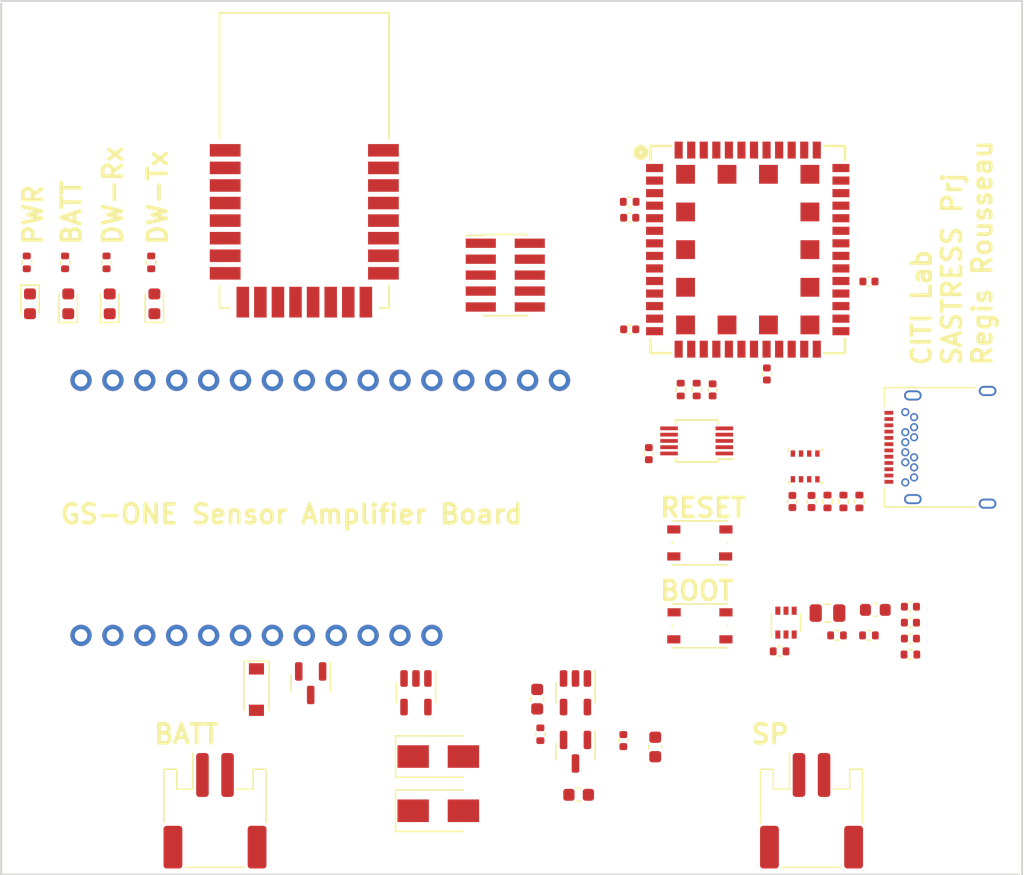
<source format=kicad_pcb>
(kicad_pcb (version 20211014) (generator pcbnew)
  (layers (0 "F.Cu" signal) (1 "In1.Cu" signal) (2 "In2.Cu" signal) (31 "B.Cu" signal) (34 "B.Paste" user) (35 "F.Paste" user) (36 "B.SilkS" user "B.Silkscreen") (37 "F.SilkS" user "F.Silkscreen") (38 "B.Mask" user) (39 "F.Mask" user) (44 "Edge.Cuts" user))
  (net 0 "")
  (net 1 "GND")
  (net 2 "VBAT")
  (net 3 "+BATT")
  (net 4 "+3V3")
  (net 5 "VDD_IN")
  (net 6 "Net-(C105-Pad2)")
  (net 7 "Net-(C106-Pad1)")
  (net 8 "Net-(C107-Pad1)")
  (net 9 "NRST")
  (net 10 "Net-(D100-Pad1)")
  (net 11 "Net-(D101-Pad1)")
  (net 12 "Net-(D101-Pad2)")
  (net 13 "Net-(D102-Pad1)")
  (net 14 "VBUS")
  (net 15 "VDC")
  (net 16 "/STM32WL-MAMWLE-C1/USB_N")
  (net 19 "/STM32WL-MAMWLE-C1/USB_P")
  (net 20 "Net-(D200-Pad2)")
  (net 21 "Net-(D201-Pad2)")
  (net 22 "Net-(J102-PadA5)")
  (net 24 "Net-(J102-PadB5)")
  (net 26 "PA13_SWDIO")
  (net 27 "PA14_SWCLK")
  (net 28 "PB3_SWO")
  (net 30 "PA15_JTDI")
  (net 31 "Net-(R104-Pad1)")
  (net 32 "TXLED")
  (net 33 "RXLED")
  (net 34 "DW_IRQ")
  (net 35 "BOOTO")
  (net 36 "BME_SDA")
  (net 37 "BME_SCL")
  (net 38 "LDO_EN")
  (net 41 "DW_WAKEUP")
  (net 42 "DW_RSTn")
  (net 49 "DW_CSn")
  (net 50 "DW_MOSI")
  (net 51 "DW_MISO")
  (net 52 "DW_CLK")
  (net 54 "BME_CLK")
  (net 66 "PB7_RxD1")
  (net 67 "PB6_TxD1")
  (net 69 "ADC0")
  (footprint "Mounting_Holes:MountingHole_2.7mm" (layer "F.Cu") (at 58.636 139.088)
    (fp_text reference "MK3" hide)
    (fp_text value "Mounting_Hole_PAD" hide)
    (pad "" np_thru_hole circle locked (at 0 0) (size 2.7 2.7) (drill 2.7) (layers *.Cu *.Mask))
  )
  (footprint "Mounting_Holes:MountingHole_2.7mm" (layer "F.Cu") (at 58.6 81.03)
    (fp_text reference "MK1" hide)
    (fp_text value "Mounting_Hole_PAD" hide)
    (pad "" np_thru_hole circle locked (at 0 0) (size 2.7 2.7) (drill 2.7) (layers *.Cu *.Mask))
  )
  (footprint "Mounting_Holes:MountingHole_2.7mm" (layer "F.Cu") (at 132.804 80.922)
    (fp_text reference "MK2" hide)
    (fp_text value "Mounting_Hole_PAD" hide)
    (pad "" np_thru_hole circle locked (at 0 0) (size 2.7 2.7) (drill 2.7) (layers *.Cu *.Mask))
  )
  (footprint "Mounting_Holes:MountingHole_2.7mm" (layer "F.Cu") (at 132.804 139.088)
    (fp_text reference "MK4" hide)
    (fp_text value "Mounting_Hole_PAD" hide)
    (pad "" np_thru_hole circle locked (at 0 0) (size 2.7 2.7) (drill 2.7) (layers *.Cu *.Mask))
  )
  (footprint "Capacitor_SMD:C_0603_1608Metric" (layer "F.Cu") (at 107.15 134.77 -90)
    (fp_text reference "C103" hide)
    (fp_text value "10uF" hide)
    (pad "1" smd roundrect locked (at -0.775 0 270) (size 0.9 0.95) (layers "F.Cu" "F.Paste" "F.Mask") (net 4 "+3V3"))
    (pad "2" smd roundrect locked (at 0.775 0 270) (size 0.9 0.95) (layers "F.Cu" "F.Paste" "F.Mask") (net 1 "GND"))
  )
  (footprint "Resistor_SMD:R_0402_1005Metric" (layer "F.Cu") (at 67.018 96.162 -90)
    (fp_text reference "R201" hide)
    (fp_text value "1K5" hide)
    (pad "1" smd roundrect locked (at -0.51 0 270) (size 0.54 0.64) (layers "F.Cu" "F.Paste" "F.Mask") (net 33 "RXLED"))
    (pad "2" smd roundrect locked (at 0.51 0 270) (size 0.54 0.64) (layers "F.Cu" "F.Paste" "F.Mask") (net 21 "Net-(D201-Pad2)"))
  )
  (footprint "Connector_JST:JST_PH_S2B-PH-SM4-TB_1x02-1MP_P2.00mm_Horizontal" (layer "F.Cu") (at 119.596 139.85)
    (fp_text reference "J101" hide)
    (fp_text value "JST_PH" hide)
    (pad "1" smd roundrect locked (at -1 -2.85) (size 1 3.5) (layers "F.Cu" "F.Paste" "F.Mask") (net 15 "VDC"))
    (pad "2" smd roundrect locked (at 1 -2.85) (size 1 3.5) (layers "F.Cu" "F.Paste" "F.Mask") (net 1 "GND"))
    (pad "MP" smd roundrect locked (at 3.35 2.9) (size 1.5 3.4) (layers "F.Cu" "F.Paste" "F.Mask") (roundrect_rratio 0.166667))
    (pad "MP" smd roundrect locked (at -3.35 2.9) (size 1.5 3.4) (layers "F.Cu" "F.Paste" "F.Mask") (roundrect_rratio 0.166667))
  )
  (footprint "Connector_PinHeader_1.27mm:PinHeader_2x05_P1.27mm_Vertical_SMD" (layer "F.Cu") (at 95.212 97.178)
    (fp_text reference "J200" hide)
    (fp_text value "Conn_ARM_JTAG_SWD_10" hide)
    (pad "1" smd rect locked (at -1.95 -2.54) (size 2.4 0.74) (layers "F.Cu" "F.Paste" "F.Mask") (net 4 "+3V3"))
    (pad "2" smd rect locked (at 1.95 -2.54) (size 2.4 0.74) (layers "F.Cu" "F.Paste" "F.Mask") (net 26 "PA13_SWDIO"))
    (pad "3" smd rect locked (at -1.95 -1.27) (size 2.4 0.74) (layers "F.Cu" "F.Paste" "F.Mask") (net 1 "GND"))
    (pad "4" smd rect locked (at 1.95 -1.27) (size 2.4 0.74) (layers "F.Cu" "F.Paste" "F.Mask") (net 27 "PA14_SWCLK"))
    (pad "5" smd rect locked (at -1.95 0) (size 2.4 0.74) (layers "F.Cu" "F.Paste" "F.Mask") (net 1 "GND"))
    (pad "6" smd rect locked (at 1.95 0) (size 2.4 0.74) (layers "F.Cu" "F.Paste" "F.Mask") (net 28 "PB3_SWO"))
    (pad "7" smd rect locked (at -1.95 1.27) (size 2.4 0.74) (layers "F.Cu" "F.Paste" "F.Mask"))
    (pad "8" smd rect locked (at 1.95 1.27) (size 2.4 0.74) (layers "F.Cu" "F.Paste" "F.Mask") (net 30 "PA15_JTDI"))
    (pad "9" smd rect locked (at -1.95 2.54) (size 2.4 0.74) (layers "F.Cu" "F.Paste" "F.Mask") (net 1 "GND"))
    (pad "10" smd rect locked (at 1.95 2.54) (size 2.4 0.74) (layers "F.Cu" "F.Paste" "F.Mask") (net 9 "NRST"))
  )
  (footprint "RF_Module:DWM1000" (layer "F.Cu") (at 79.21 88.034)
    (fp_text reference "U200" hide)
    (fp_text value "DWM1000" hide)
    (pad "1" smd rect locked (at -6.3 -0.7988 90) (size 1 2.45) (layers "F.Cu" "F.Paste" "F.Mask"))
    (pad "2" smd rect locked (at -6.3 0.6012 90) (size 1 2.45) (layers "F.Cu" "F.Paste" "F.Mask") (net 41 "DW_WAKEUP"))
    (pad "3" smd rect locked (at -6.3 2.0012 90) (size 1 2.45) (layers "F.Cu" "F.Paste" "F.Mask") (net 42 "DW_RSTn"))
    (pad "4" smd rect locked (at -6.3 3.4012 90) (size 1 2.45) (layers "F.Cu" "F.Paste" "F.Mask"))
    (pad "5" smd rect locked (at -6.3 4.8012 90) (size 1 2.45) (layers "F.Cu" "F.Paste" "F.Mask") (net 4 "+3V3"))
    (pad "6" smd rect locked (at -6.3 6.2012 90) (size 1 2.45) (layers "F.Cu" "F.Paste" "F.Mask") (net 4 "+3V3"))
    (pad "7" smd rect locked (at -6.3 7.6012 90) (size 1 2.45) (layers "F.Cu" "F.Paste" "F.Mask") (net 4 "+3V3"))
    (pad "8" smd rect locked (at -6.3 9.0012 90) (size 1 2.45) (layers "F.Cu" "F.Paste" "F.Mask") (net 1 "GND"))
    (pad "9" smd rect locked (at -4.9 11.2962) (size 1 2.45) (layers "F.Cu" "F.Paste" "F.Mask"))
    (pad "10" smd rect locked (at -3.5 11.2962) (size 1 2.45) (layers "F.Cu" "F.Paste" "F.Mask"))
    (pad "11" smd rect locked (at -2.1 11.2962) (size 1 2.45) (layers "F.Cu" "F.Paste" "F.Mask"))
    (pad "12" smd rect locked (at -0.7 11.2962) (size 1 2.45) (layers "F.Cu" "F.Paste" "F.Mask") (net 32 "TXLED"))
    (pad "13" smd rect locked (at 0.7 11.2962) (size 1 2.45) (layers "F.Cu" "F.Paste" "F.Mask") (net 33 "RXLED"))
    (pad "14" smd rect locked (at 2.1 11.2962) (size 1 2.45) (layers "F.Cu" "F.Paste" "F.Mask"))
    (pad "15" smd rect locked (at 3.5 11.2962) (size 1 2.45) (layers "F.Cu" "F.Paste" "F.Mask"))
    (pad "16" smd rect locked (at 4.9 11.2962) (size 1 2.45) (layers "F.Cu" "F.Paste" "F.Mask") (net 1 "GND"))
    (pad "17" smd rect locked (at 6.3 9 90) (size 1 2.45) (layers "F.Cu" "F.Paste" "F.Mask") (net 49 "DW_CSn"))
    (pad "18" smd rect locked (at 6.3 7.6 90) (size 1 2.45) (layers "F.Cu" "F.Paste" "F.Mask") (net 50 "DW_MOSI"))
    (pad "19" smd rect locked (at 6.3 6.2012 90) (size 1 2.45) (layers "F.Cu" "F.Paste" "F.Mask") (net 51 "DW_MISO"))
    (pad "20" smd rect locked (at 6.3 4.8012 90) (size 1 2.45) (layers "F.Cu" "F.Paste" "F.Mask") (net 52 "DW_CLK"))
    (pad "21" smd rect locked (at 6.3 3.4012 90) (size 1 2.45) (layers "F.Cu" "F.Paste" "F.Mask") (net 1 "GND"))
    (pad "22" smd rect locked (at 6.3 2.0012 90) (size 1 2.45) (layers "F.Cu" "F.Paste" "F.Mask") (net 34 "DW_IRQ"))
    (pad "23" smd rect locked (at 6.3 0.6012 90) (size 1 2.45) (layers "F.Cu" "F.Paste" "F.Mask") (net 1 "GND"))
    (pad "24" smd rect locked (at 6.3 -0.7988 90) (size 1 2.45) (layers "F.Cu" "F.Paste" "F.Mask") (net 1 "GND"))
  )
  (footprint "Capacitor_SMD:C_0402_1005Metric" (layer "F.Cu") (at 106.642 111.402 -90)
    (fp_text reference "C200" hide)
    (fp_text value "100nF" hide)
    (pad "1" smd roundrect locked (at -0.48 0 270) (size 0.56 0.62) (layers "F.Cu" "F.Paste" "F.Mask") (net 4 "+3V3"))
    (pad "2" smd roundrect locked (at 0.48 0 270) (size 0.56 0.62) (layers "F.Cu" "F.Paste" "F.Mask") (net 1 "GND"))
  )
  (footprint "Package_TO_SOT_SMD:SOT-363_SC-70-6" (layer "F.Cu") (at 117.564 124.864 90)
    (fp_text reference "D105" hide)
    (fp_text value "NUP2202" hide)
    (pad "1" smd rect locked (at -0.95 -0.65 90) (size 0.65 0.4) (layers "F.Cu" "F.Paste" "F.Mask") (net 16 "/STM32WL-MAMWLE-C1/USB_N"))
    (pad "2" smd rect locked (at -0.95 0 90) (size 0.65 0.4) (layers "F.Cu" "F.Paste" "F.Mask") (net 1 "GND"))
    (pad "3" smd rect locked (at -0.95 0.65 90) (size 0.65 0.4) (layers "F.Cu" "F.Paste" "F.Mask"))
    (pad "4" smd rect locked (at 0.95 0.65 90) (size 0.65 0.4) (layers "F.Cu" "F.Paste" "F.Mask"))
    (pad "5" smd rect locked (at 0.95 0 90) (size 0.65 0.4) (layers "F.Cu" "F.Paste" "F.Mask") (net 14 "VBUS"))
    (pad "6" smd rect locked (at 0.95 -0.65 90) (size 0.65 0.4) (layers "F.Cu" "F.Paste" "F.Mask") (net 19 "/STM32WL-MAMWLE-C1/USB_P"))
  )
  (footprint "Capacitor_SMD:C_0402_1005Metric" (layer "F.Cu") (at 105.118 92.606 180)
    (fp_text reference "C201" hide)
    (fp_text value "100nF" hide)
    (pad "1" smd roundrect locked (at -0.48 0 180) (size 0.56 0.62) (layers "F.Cu" "F.Paste" "F.Mask") (net 9 "NRST"))
    (pad "2" smd roundrect locked (at 0.48 0 180) (size 0.56 0.62) (layers "F.Cu" "F.Paste" "F.Mask") (net 1 "GND"))
  )
  (footprint "LED_SMD:LED_0603_1608Metric" (layer "F.Cu") (at 63.716 99.464 90)
    (fp_text reference "D200" hide)
    (fp_text value "RX-GREEN" hide)
    (pad "1" smd roundrect locked (at -0.7875 0 90) (size 0.875 0.95) (layers "F.Cu" "F.Paste" "F.Mask") (net 1 "GND"))
    (pad "2" smd roundrect locked (at 0.7875 0 90) (size 0.875 0.95) (layers "F.Cu" "F.Paste" "F.Mask") (net 20 "Net-(D200-Pad2)"))
  )
  (footprint "Capacitor_SMD:C_0402_1005Metric" (layer "F.Cu") (at 105.118 101.496)
    (fp_text reference "C204" hide)
    (fp_text value "100nF" hide)
    (pad "1" smd roundrect locked (at -0.48 0) (size 0.56 0.62) (layers "F.Cu" "F.Paste" "F.Mask") (net 1 "GND"))
    (pad "2" smd roundrect locked (at 0.48 0) (size 0.56 0.62) (layers "F.Cu" "F.Paste" "F.Mask") (net 4 "+3V3"))
  )
  (footprint "Package_SO:MSOP-10_3x3mm_P0.5mm" (layer "F.Cu") (at 110.452 110.386 180)
    (fp_text reference "U202" hide)
    (fp_text value "CH340E" hide)
    (pad "1" smd rect locked (at -2.2 -1 180) (size 1.4 0.3) (layers "F.Cu" "F.Paste" "F.Mask") (net 19 "/STM32WL-MAMWLE-C1/USB_P"))
    (pad "2" smd rect locked (at -2.2 -0.5 180) (size 1.4 0.3) (layers "F.Cu" "F.Paste" "F.Mask") (net 16 "/STM32WL-MAMWLE-C1/USB_N"))
    (pad "3" smd rect locked (at -2.2 0 180) (size 1.4 0.3) (layers "F.Cu" "F.Paste" "F.Mask") (net 1 "GND"))
    (pad "4" smd rect locked (at -2.2 0.5 180) (size 1.4 0.3) (layers "F.Cu" "F.Paste" "F.Mask"))
    (pad "5" smd rect locked (at -2.2 1 180) (size 1.4 0.3) (layers "F.Cu" "F.Paste" "F.Mask"))
    (pad "6" smd rect locked (at 2.2 1 180) (size 1.4 0.3) (layers "F.Cu" "F.Paste" "F.Mask"))
    (pad "7" smd rect locked (at 2.2 0.5 180) (size 1.4 0.3) (layers "F.Cu" "F.Paste" "F.Mask") (net 4 "+3V3"))
    (pad "8" smd rect locked (at 2.2 0 180) (size 1.4 0.3) (layers "F.Cu" "F.Paste" "F.Mask") (net 66 "PB7_RxD1"))
    (pad "9" smd rect locked (at 2.2 -0.5 180) (size 1.4 0.3) (layers "F.Cu" "F.Paste" "F.Mask") (net 67 "PB6_TxD1"))
    (pad "10" smd rect locked (at 2.2 -1 180) (size 1.4 0.3) (layers "F.Cu" "F.Paste" "F.Mask") (net 4 "+3V3"))
  )
  (footprint "Resistor_SMD:R_0402_1005Metric" (layer "F.Cu") (at 57.112 96.162 90)
    (fp_text reference "R102" hide)
    (fp_text value "1K5" hide)
    (pad "1" smd roundrect locked (at -0.51 0 90) (size 0.54 0.64) (layers "F.Cu" "F.Paste" "F.Mask") (net 10 "Net-(D100-Pad1)"))
    (pad "2" smd roundrect locked (at 0.51 0 90) (size 0.54 0.64) (layers "F.Cu" "F.Paste" "F.Mask") (net 1 "GND"))
  )
  (footprint "Connector_USB:USB_C_Receptacle_Amphenol_12401548E4-2A" (layer "F.Cu") (at 130.772 110.894 90)
    (fp_text reference "J102" hide)
    (fp_text value "USB_C_Receptacle_USB2.0" hide)
    (pad "" np_thru_hole oval locked (at 3.6 -4.36 90) (size 0.95 0.65) (drill oval 0.95 0.65) (layers *.Cu *.Mask))
    (pad "" np_thru_hole circle locked (at -3.6 -4.36 90) (size 0.65 0.65) (drill 0.65) (layers *.Cu *.Mask))
    (pad "A1" smd rect locked (at -2.75 -5.02 90) (size 0.3 0.7) (layers "F.Cu" "F.Paste" "F.Mask") (net 1 "GND"))
    (pad "A2" smd rect locked (at -2.25 -5.02 90) (size 0.3 0.7) (layers "F.Cu" "F.Paste" "F.Mask"))
    (pad "A3" smd rect locked (at -1.75 -5.02 90) (size 0.3 0.7) (layers "F.Cu" "F.Paste" "F.Mask"))
    (pad "A4" smd rect locked (at -1.25 -5.02 90) (size 0.3 0.7) (layers "F.Cu" "F.Paste" "F.Mask") (net 7 "Net-(C106-Pad1)"))
    (pad "A5" smd rect locked (at -0.75 -5.02 90) (size 0.3 0.7) (layers "F.Cu" "F.Paste" "F.Mask") (net 22 "Net-(J102-PadA5)"))
    (pad "A6" smd rect locked (at -0.25 -5.02 90) (size 0.3 0.7) (layers "F.Cu" "F.Paste" "F.Mask") (net 19 "/STM32WL-MAMWLE-C1/USB_P"))
    (pad "A7" smd rect locked (at 0.25 -5.02 90) (size 0.3 0.7) (layers "F.Cu" "F.Paste" "F.Mask") (net 16 "/STM32WL-MAMWLE-C1/USB_N"))
    (pad "A8" smd rect locked (at 0.75 -5.02 90) (size 0.3 0.7) (layers "F.Cu" "F.Paste" "F.Mask"))
    (pad "A9" smd rect locked (at 1.25 -5.02 90) (size 0.3 0.7) (layers "F.Cu" "F.Paste" "F.Mask") (net 7 "Net-(C106-Pad1)"))
    (pad "A10" smd rect locked (at 1.75 -5.02 90) (size 0.3 0.7) (layers "F.Cu" "F.Paste" "F.Mask"))
    (pad "A11" smd rect locked (at 2.25 -5.02 90) (size 0.3 0.7) (layers "F.Cu" "F.Paste" "F.Mask"))
    (pad "A12" smd rect locked (at 2.75 -5.02 90) (size 0.3 0.7) (layers "F.Cu" "F.Paste" "F.Mask") (net 1 "GND"))
    (pad "B1" thru_hole circle locked (at 2.8 -3.71 90) (size 0.65 0.65) (drill 0.4) (layers *.Cu *.Mask) (net 1 "GND"))
    (pad "B2" thru_hole circle locked (at 2.4 -3.01 90) (size 0.65 0.65) (drill 0.4) (layers *.Cu *.Mask))
    (pad "B3" thru_hole circle locked (at 1.6 -3.01 90) (size 0.65 0.65) (drill 0.4) (layers *.Cu *.Mask))
    (pad "B4" thru_hole circle locked (at 1.2 -3.71 90) (size 0.65 0.65) (drill 0.4) (layers *.Cu *.Mask) (net 7 "Net-(C106-Pad1)"))
    (pad "B5" thru_hole circle locked (at 0.8 -3.01 90) (size 0.65 0.65) (drill 0.4) (layers *.Cu *.Mask) (net 24 "Net-(J102-PadB5)"))
    (pad "B6" thru_hole circle locked (at 0.4 -3.71 90) (size 0.65 0.65) (drill 0.4) (layers *.Cu *.Mask) (net 19 "/STM32WL-MAMWLE-C1/USB_P"))
    (pad "B7" thru_hole circle locked (at -0.4 -3.71 90) (size 0.65 0.65) (drill 0.4) (layers *.Cu *.Mask) (net 16 "/STM32WL-MAMWLE-C1/USB_N"))
    (pad "B8" thru_hole circle locked (at -0.8 -3.01 90) (size 0.65 0.65) (drill 0.4) (layers *.Cu *.Mask))
    (pad "B9" thru_hole circle locked (at -1.2 -3.71 90) (size 0.65 0.65) (drill 0.4) (layers *.Cu *.Mask) (net 7 "Net-(C106-Pad1)"))
    (pad "B10" thru_hole circle locked (at -1.6 -3.01 90) (size 0.65 0.65) (drill 0.4) (layers *.Cu *.Mask))
    (pad "B11" thru_hole circle locked (at -2.4 -3.01 90) (size 0.65 0.65) (drill 0.4) (layers *.Cu *.Mask))
    (pad "B12" thru_hole circle locked (at -2.8 -3.71 90) (size 0.65 0.65) (drill 0.4) (layers *.Cu *.Mask) (net 1 "GND"))
    (pad "S1" thru_hole oval locked (at 4.13 -3.11 90) (size 0.8 1.4) (drill oval 0.5 1.1) (layers *.Cu *.Mask) (net 6 "Net-(C105-Pad2)"))
    (pad "S1" thru_hole oval locked (at 4.49 2.84 90) (size 0.8 1.4) (drill oval 0.5 1.1) (layers *.Cu *.Mask) (net 6 "Net-(C105-Pad2)"))
    (pad "S1" thru_hole oval locked (at -4.49 2.84 90) (size 0.8 1.4) (drill oval 0.5 1.1) (layers *.Cu *.Mask) (net 6 "Net-(C105-Pad2)"))
    (pad "S1" thru_hole oval locked (at -4.13 -3.11 90) (size 0.8 1.4) (drill oval 0.5 1.1) (layers *.Cu *.Mask) (net 6 "Net-(C105-Pad2)"))
  )
  (footprint "Package_TO_SOT_SMD:SOT-23-5" (layer "F.Cu") (at 88.1 130.452 -90)
    (fp_text reference "U101" hide)
    (fp_text value "MCP73831" hide)
    (pad "1" smd roundrect locked (at -1.1375 -0.95 270) (size 1.325 0.6) (layers "F.Cu" "F.Paste" "F.Mask") (net 11 "Net-(D101-Pad1)"))
    (pad "2" smd roundrect locked (at -1.1375 0 270) (size 1.325 0.6) (layers "F.Cu" "F.Paste" "F.Mask") (net 1 "GND"))
    (pad "3" smd roundrect locked (at -1.1375 0.95 270) (size 1.325 0.6) (layers "F.Cu" "F.Paste" "F.Mask") (net 3 "+BATT"))
    (pad "4" smd roundrect locked (at 1.1375 0.95 270) (size 1.325 0.6) (layers "F.Cu" "F.Paste" "F.Mask") (net 13 "Net-(D102-Pad1)"))
    (pad "5" smd roundrect locked (at 1.1375 -0.95 270) (size 1.325 0.6) (layers "F.Cu" "F.Paste" "F.Mask") (net 31 "Net-(R104-Pad1)"))
  )
  (footprint "Capacitor_SMD:C_0402_1005Metric" (layer "F.Cu") (at 111.722 106.322 90)
    (fp_text reference "C100" hide)
    (fp_text value "100nF" hide)
    (pad "1" smd roundrect locked (at -0.48 0 90) (size 0.56 0.62) (layers "F.Cu" "F.Paste" "F.Mask") (net 1 "GND"))
    (pad "2" smd roundrect locked (at 0.48 0 90) (size 0.56 0.62) (layers "F.Cu" "F.Paste" "F.Mask") (net 2 "VBAT"))
  )
  (footprint "LED_SMD:LED_0603_1608Metric" (layer "F.Cu") (at 60.414 99.464 90)
    (fp_text reference "D101" hide)
    (fp_text value "CH_ORANGE" hide)
    (pad "1" smd roundrect locked (at -0.7875 0 90) (size 0.875 0.95) (layers "F.Cu" "F.Paste" "F.Mask") (net 11 "Net-(D101-Pad1)"))
    (pad "2" smd roundrect locked (at 0.7875 0 90) (size 0.875 0.95) (layers "F.Cu" "F.Paste" "F.Mask") (net 12 "Net-(D101-Pad2)"))
  )
  (footprint "Button_Switch_SMD:SW_Push_1P1T_NO_Vertical_Wuerth_434133025816" (layer "F.Cu") (at 110.706 125.118 180)
    (fp_text reference "SW201" hide)
    (fp_text value "BOOTO" hide)
    (pad "1" smd rect locked (at 2.075 -1.075 180) (size 1.05 0.65) (layers "F.Cu" "F.Paste" "F.Mask") (net 35 "BOOTO"))
    (pad "1" smd rect locked (at -2.075 -1.075 180) (size 1.05 0.65) (layers "F.Cu" "F.Paste" "F.Mask") (net 35 "BOOTO"))
    (pad "2" smd rect locked (at -2.075 1.075 180) (size 1.05 0.65) (layers "F.Cu" "F.Paste" "F.Mask") (net 4 "+3V3"))
    (pad "2" smd rect locked (at 2.05 1.075 180) (size 1.05 0.65) (layers "F.Cu" "F.Paste" "F.Mask") (net 4 "+3V3"))
  )
  (footprint "Capacitor_SMD:C_0402_1005Metric" (layer "F.Cu") (at 127.47 123.594)
    (fp_text reference "C107" hide)
    (fp_text value "100nF" hide)
    (pad "1" smd roundrect locked (at -0.48 0) (size 0.56 0.62) (layers "F.Cu" "F.Paste" "F.Mask") (net 8 "Net-(C107-Pad1)"))
    (pad "2" smd roundrect locked (at 0.48 0) (size 0.56 0.62) (layers "F.Cu" "F.Paste" "F.Mask") (net 1 "GND"))
  )
  (footprint "Package_TO_SOT_SMD:SOT-23" (layer "F.Cu") (at 79.718 129.69 -90)
    (fp_text reference "Q100" hide)
    (fp_text value "SI2323DS" hide)
    (pad "1" smd roundrect locked (at -0.9375 -0.95 270) (size 1.475 0.6) (layers "F.Cu" "F.Paste" "F.Mask") (net 14 "VBUS"))
    (pad "2" smd roundrect locked (at -0.9375 0.95 270) (size 1.475 0.6) (layers "F.Cu" "F.Paste" "F.Mask") (net 5 "VDD_IN"))
    (pad "3" smd roundrect locked (at 0.9375 0 270) (size 1.475 0.6) (layers "F.Cu" "F.Paste" "F.Mask") (net 3 "+BATT"))
  )
  (footprint "Resistor_SMD:R_0402_1005Metric" (layer "F.Cu") (at 110.452 106.294 90)
    (fp_text reference "R100" hide)
    (fp_text value "1M" hide)
    (pad "1" smd roundrect locked (at -0.51 0 90) (size 0.54 0.64) (layers "F.Cu" "F.Paste" "F.Mask") (net 3 "+BATT"))
    (pad "2" smd roundrect locked (at 0.51 0 90) (size 0.54 0.64) (layers "F.Cu" "F.Paste" "F.Mask") (net 2 "VBAT"))
  )
  (footprint "Connector_JST:JST_PH_S2B-PH-SM4-TB_1x02-1MP_P2.00mm_Horizontal" (layer "F.Cu") (at 72.098 139.85)
    (fp_text reference "J100" hide)
    (fp_text value "JST_PH" hide)
    (pad "1" smd roundrect locked (at -1 -2.85) (size 1 3.5) (layers "F.Cu" "F.Paste" "F.Mask") (net 3 "+BATT"))
    (pad "2" smd roundrect locked (at 1 -2.85) (size 1 3.5) (layers "F.Cu" "F.Paste" "F.Mask") (net 1 "GND"))
    (pad "MP" smd roundrect locked (at -3.35 2.9) (size 1.5 3.4) (layers "F.Cu" "F.Paste" "F.Mask") (roundrect_rratio 0.166667))
    (pad "MP" smd roundrect locked (at 3.35 2.9) (size 1.5 3.4) (layers "F.Cu" "F.Paste" "F.Mask") (roundrect_rratio 0.166667))
  )
  (footprint "Inductor_SMD:L_0603_1608Metric" (layer "F.Cu") (at 124.676 123.848)
    (fp_text reference "FB100" hide)
    (fp_text value "PZ1608D221-1R0TF" hide)
    (pad "1" smd roundrect locked (at -0.7875 0) (size 0.875 0.95) (layers "F.Cu" "F.Paste" "F.Mask") (net 7 "Net-(C106-Pad1)"))
    (pad "2" smd roundrect locked (at 0.7875 0) (size 0.875 0.95) (layers "F.Cu" "F.Paste" "F.Mask") (net 8 "Net-(C107-Pad1)"))
  )
  (footprint "Capacitor_SMD:C_0402_1005Metric" (layer "F.Cu") (at 124.168 97.686 180)
    (fp_text reference "C205" hide)
    (fp_text value "100nF" hide)
    (pad "1" smd roundrect locked (at -0.48 0 180) (size 0.56 0.62) (layers "F.Cu" "F.Paste" "F.Mask") (net 1 "GND"))
    (pad "2" smd roundrect locked (at 0.48 0 180) (size 0.56 0.62) (layers "F.Cu" "F.Paste" "F.Mask") (net 4 "+3V3"))
  )
  (footprint "LED_SMD:LED_0603_1608Metric" (layer "F.Cu") (at 57.366 99.464 -90)
    (fp_text reference "D100" hide)
    (fp_text value "PWR-RED" hide)
    (pad "1" smd roundrect locked (at -0.7875 0 270) (size 0.875 0.95) (layers "F.Cu" "F.Paste" "F.Mask") (net 10 "Net-(D100-Pad1)"))
    (pad "2" smd roundrect locked (at 0.7875 0 270) (size 0.875 0.95) (layers "F.Cu" "F.Paste" "F.Mask") (net 4 "+3V3"))
  )
  (footprint "Resistor_SMD:R_0402_1005Metric" (layer "F.Cu") (at 105.118 91.336 180)
    (fp_text reference "R202" hide)
    (fp_text value "1K5" hide)
    (pad "1" smd roundrect locked (at -0.51 0 180) (size 0.54 0.64) (layers "F.Cu" "F.Paste" "F.Mask") (net 34 "DW_IRQ"))
    (pad "2" smd roundrect locked (at 0.51 0 180) (size 0.54 0.64) (layers "F.Cu" "F.Paste" "F.Mask") (net 1 "GND"))
  )
  (footprint "LED_SMD:LED_0603_1608Metric" (layer "F.Cu") (at 67.272 99.464 90)
    (fp_text reference "D201" hide)
    (fp_text value "TX-BLUE" hide)
    (pad "1" smd roundrect locked (at -0.7875 0 90) (size 0.875 0.95) (layers "F.Cu" "F.Paste" "F.Mask") (net 1 "GND"))
    (pad "2" smd roundrect locked (at 0.7875 0 90) (size 0.875 0.95) (layers "F.Cu" "F.Paste" "F.Mask") (net 21 "Net-(D201-Pad2)"))
  )
  (footprint "Button_Switch_SMD:SW_Push_1P1T_NO_Vertical_Wuerth_434133025816" (layer "F.Cu") (at 110.706 118.514)
    (fp_text reference "SW200" hide)
    (fp_text value "RESET" hide)
    (pad "1" smd rect locked (at 2.075 -1.075) (size 1.05 0.65) (layers "F.Cu" "F.Paste" "F.Mask") (net 1 "GND"))
    (pad "1" smd rect locked (at -2.075 -1.075) (size 1.05 0.65) (layers "F.Cu" "F.Paste" "F.Mask") (net 1 "GND"))
    (pad "2" smd rect locked (at -2.075 1.075) (size 1.05 0.65) (layers "F.Cu" "F.Paste" "F.Mask") (net 9 "NRST"))
    (pad "2" smd rect locked (at 2.05 1.075) (size 1.05 0.65) (layers "F.Cu" "F.Paste" "F.Mask") (net 9 "NRST"))
  )
  (footprint "Resistor_SMD:R_0402_1005Metric" (layer "F.Cu") (at 127.47 127.404)
    (fp_text reference "R106" hide)
    (fp_text value "1M" hide)
    (pad "1" smd roundrect locked (at -0.51 0) (size 0.54 0.64) (layers "F.Cu" "F.Paste" "F.Mask") (net 1 "GND"))
    (pad "2" smd roundrect locked (at 0.51 0) (size 0.54 0.64) (layers "F.Cu" "F.Paste" "F.Mask") (net 1 "GND"))
  )
  (footprint "Capacitor_SMD:C_0603_1608Metric" (layer "F.Cu") (at 101.054 138.58)
    (fp_text reference "C104" hide)
    (fp_text value "10uF" hide)
    (pad "1" smd roundrect locked (at -0.775 0) (size 0.9 0.95) (layers "F.Cu" "F.Paste" "F.Mask") (net 5 "VDD_IN"))
    (pad "2" smd roundrect locked (at 0.775 0) (size 0.9 0.95) (layers "F.Cu" "F.Paste" "F.Mask") (net 1 "GND"))
  )
  (footprint "Diode_SMD:D_SMA" (layer "F.Cu") (at 89.878 135.532)
    (fp_text reference "D102" hide)
    (fp_text value "SS14" hide)
    (pad "1" smd rect locked (at -2 0) (size 2.5 1.8) (layers "F.Cu" "F.Paste" "F.Mask") (net 13 "Net-(D102-Pad1)"))
    (pad "2" smd rect locked (at 2 0) (size 2.5 1.8) (layers "F.Cu" "F.Paste" "F.Mask") (net 14 "VBUS"))
  )
  (footprint "Capacitor_SMD:C_0402_1005Metric" (layer "F.Cu") (at 127.47 126.134)
    (fp_text reference "C105" hide)
    (fp_text value "10nF" hide)
    (pad "1" smd roundrect locked (at -0.48 0) (size 0.56 0.62) (layers "F.Cu" "F.Paste" "F.Mask") (net 1 "GND"))
    (pad "2" smd roundrect locked (at 0.48 0) (size 0.56 0.62) (layers "F.Cu" "F.Paste" "F.Mask") (net 6 "Net-(C105-Pad2)"))
  )
  (footprint "Resistor_SMD:R_0402_1005Metric" (layer "F.Cu") (at 117.056 127.15)
    (fp_text reference "R105" hide)
    (fp_text value "100K" hide)
    (pad "1" smd roundrect locked (at -0.51 0) (size 0.54 0.64) (layers "F.Cu" "F.Paste" "F.Mask") (net 14 "VBUS"))
    (pad "2" smd roundrect locked (at 0.51 0) (size 0.54 0.64) (layers "F.Cu" "F.Paste" "F.Mask") (net 1 "GND"))
  )
  (footprint "Resistor_SMD:R_0402_1005Metric" (layer "F.Cu") (at 120.866 115.212 90)
    (fp_text reference "R205" hide)
    (fp_text value "5K1" hide)
    (pad "1" smd roundrect locked (at -0.51 0 90) (size 0.54 0.64) (layers "F.Cu" "F.Paste" "F.Mask") (net 37 "BME_SCL"))
    (pad "2" smd roundrect locked (at 0.51 0 90) (size 0.54 0.64) (layers "F.Cu" "F.Paste" "F.Mask") (net 4 "+3V3"))
  )
  (footprint "Capacitor_SMD:C_0402_1005Metric" (layer "F.Cu") (at 118.072 115.212 -90)
    (fp_text reference "C202" hide)
    (fp_text value "100nF" hide)
    (pad "1" smd roundrect locked (at -0.48 0 270) (size 0.56 0.62) (layers "F.Cu" "F.Paste" "F.Mask") (net 4 "+3V3"))
    (pad "2" smd roundrect locked (at 0.48 0 270) (size 0.56 0.62) (layers "F.Cu" "F.Paste" "F.Mask") (net 1 "GND"))
  )
  (footprint "Capacitor_SMD:C_0402_1005Metric" (layer "F.Cu") (at 116.04 105.052 -90)
    (fp_text reference "C206" hide)
    (fp_text value "100nF" hide)
    (pad "1" smd roundrect locked (at -0.48 0 270) (size 0.56 0.62) (layers "F.Cu" "F.Paste" "F.Mask") (net 4 "+3V3"))
    (pad "2" smd roundrect locked (at 0.48 0 270) (size 0.56 0.62) (layers "F.Cu" "F.Paste" "F.Mask") (net 1 "GND"))
  )
  (footprint "Diode_SMD:D_SOD-123" (layer "F.Cu") (at 75.4 130.198 -90)
    (fp_text reference "D104" hide)
    (fp_text value "B5819W" hide)
    (pad "1" smd rect locked (at -1.65 0 270) (size 0.9 1.2) (layers "F.Cu" "F.Paste" "F.Mask") (net 5 "VDD_IN"))
    (pad "2" smd rect locked (at 1.65 0 270) (size 0.9 1.2) (layers "F.Cu" "F.Paste" "F.Mask") (net 14 "VBUS"))
  )
  (footprint "Capacitor_SMD:C_0603_1608Metric" (layer "F.Cu") (at 97.752 130.96 -90)
    (fp_text reference "C101" hide)
    (fp_text value "10uF" hide)
    (pad "1" smd roundrect locked (at -0.775 0 270) (size 0.9 0.95) (layers "F.Cu" "F.Paste" "F.Mask") (net 3 "+BATT"))
    (pad "2" smd roundrect locked (at 0.775 0 270) (size 0.9 0.95) (layers "F.Cu" "F.Paste" "F.Mask") (net 1 "GND"))
  )
  (footprint "Resistor_SMD:R_0402_1005Metric" (layer "F.Cu") (at 109.182 106.294 -90)
    (fp_text reference "R101" hide)
    (fp_text value "1M" hide)
    (pad "1" smd roundrect locked (at -0.51 0 270) (size 0.54 0.64) (layers "F.Cu" "F.Paste" "F.Mask") (net 2 "VBAT"))
    (pad "2" smd roundrect locked (at 0.51 0 270) (size 0.54 0.64) (layers "F.Cu" "F.Paste" "F.Mask") (net 1 "GND"))
  )
  (footprint "Capacitor_SMD:C_0402_1005Metric" (layer "F.Cu") (at 104.61 134.262 -90)
    (fp_text reference "C102" hide)
    (fp_text value "100nF" hide)
    (pad "1" smd roundrect locked (at -0.48 0 270) (size 0.56 0.62) (layers "F.Cu" "F.Paste" "F.Mask") (net 4 "+3V3"))
    (pad "2" smd roundrect locked (at 0.48 0 270) (size 0.56 0.62) (layers "F.Cu" "F.Paste" "F.Mask") (net 1 "GND"))
  )
  (footprint "MAMWLExx:MAMWLExx" (layer "F.Cu") (at 114.516 95.146)
    (fp_text reference "U201" hide)
    (fp_text value "MAMWLExx" hide)
    (pad "1" smd rect locked (at -7.42 -6.5) (size 1.35 0.65) (layers "F.Cu" "F.Paste" "F.Mask") (net 51 "DW_MISO"))
    (pad "2" smd rect locked (at -7.42 -5.5) (size 1.35 0.65) (layers "F.Cu" "F.Paste" "F.Mask") (net 50 "DW_MOSI"))
    (pad "3" smd rect locked (at -7.42 -4.5) (size 1.35 0.65) (layers "F.Cu" "F.Paste" "F.Mask") (net 35 "BOOTO"))
    (pad "4" smd rect locked (at -7.42 -3.5) (size 1.35 0.65) (layers "F.Cu" "F.Paste" "F.Mask") (net 9 "NRST"))
    (pad "5" smd rect locked (at -7.42 -2.5) (size 1.35 0.65) (layers "F.Cu" "F.Paste" "F.Mask") (net 1 "GND"))
    (pad "6" smd rect locked (at -7.42 -1.5) (size 1.35 0.65) (layers "F.Cu" "F.Paste" "F.Mask") (net 37 "BME_SCL"))
    (pad "7" smd rect locked (at -7.42 -0.5) (size 1.35 0.65) (layers "F.Cu" "F.Paste" "F.Mask") (net 42 "DW_RSTn"))
    (pad "8" smd rect locked (at -7.42 0.5) (size 1.35 0.65) (layers "F.Cu" "F.Paste" "F.Mask") (net 41 "DW_WAKEUP"))
    (pad "9" smd rect locked (at -7.42 1.5) (size 1.35 0.65) (layers "F.Cu" "F.Paste" "F.Mask") (net 34 "DW_IRQ"))
    (pad "10" smd rect locked (at -7.42 2.5) (size 1.35 0.65) (layers "F.Cu" "F.Paste" "F.Mask"))
    (pad "11" smd rect locked (at -7.42 3.5) (size 1.35 0.65) (layers "F.Cu" "F.Paste" "F.Mask") (net 69 "ADC0"))
    (pad "12" smd rect locked (at -7.42 4.5) (size 1.35 0.65) (layers "F.Cu" "F.Paste" "F.Mask") (net 1 "GND"))
    (pad "13" smd rect locked (at -7.42 5.5) (size 1.35 0.65) (layers "F.Cu" "F.Paste" "F.Mask") (net 4 "+3V3"))
    (pad "14" smd rect locked (at -7.42 6.5) (size 1.35 0.65) (layers "F.Cu" "F.Paste" "F.Mask") (net 2 "VBAT"))
    (pad "15" smd rect locked (at -5.5 7.93) (size 0.65 1.35) (layers "F.Cu" "F.Paste" "F.Mask"))
    (pad "16" smd rect locked (at -4.5 7.93) (size 0.65 1.35) (layers "F.Cu" "F.Paste" "F.Mask"))
    (pad "17" smd rect locked (at -3.5 7.93) (size 0.65 1.35) (layers "F.Cu" "F.Paste" "F.Mask") (net 36 "BME_SDA"))
    (pad "18" smd rect locked (at -2.5 7.93) (size 0.65 1.35) (layers "F.Cu" "F.Paste" "F.Mask"))
    (pad "19" smd rect locked (at -1.5 7.93) (size 0.65 1.35) (layers "F.Cu" "F.Paste" "F.Mask"))
    (pad "20" smd rect locked (at -0.5 7.93) (size 0.65 1.35) (layers "F.Cu" "F.Paste" "F.Mask"))
    (pad "21" smd rect locked (at 0.5 7.93) (size 0.65 1.35) (layers "F.Cu" "F.Paste" "F.Mask") (net 1 "GND"))
    (pad "22" smd rect locked (at 1.5 7.93) (size 0.65 1.35) (layers "F.Cu" "F.Paste" "F.Mask") (net 4 "+3V3"))
    (pad "23" smd rect locked (at 2.5 7.93) (size 0.65 1.35) (layers "F.Cu" "F.Paste" "F.Mask") (net 26 "PA13_SWDIO"))
    (pad "24" smd rect locked (at 3.5 7.93) (size 0.65 1.35) (layers "F.Cu" "F.Paste" "F.Mask") (net 27 "PA14_SWCLK"))
    (pad "25" smd rect locked (at 4.5 7.93) (size 0.65 1.35) (layers "F.Cu" "F.Paste" "F.Mask") (net 30 "PA15_JTDI"))
    (pad "26" smd rect locked (at 5.5 7.93) (size 0.65 1.35) (layers "F.Cu" "F.Paste" "F.Mask") (net 28 "PB3_SWO"))
    (pad "27" smd rect locked (at 7.42 6.5) (size 1.35 0.65) (layers "F.Cu" "F.Paste" "F.Mask"))
    (pad "28" smd rect locked (at 7.42 5.5) (size 1.35 0.65) (layers "F.Cu" "F.Paste" "F.Mask"))
    (pad "29" smd rect locked (at 7.42 4.5) (size 1.35 0.65) (layers "F.Cu" "F.Paste" "F.Mask") (net 67 "PB6_TxD1"))
    (pad "30" smd rect locked (at 7.42 3.5) (size 1.35 0.65) (layers "F.Cu" "F.Paste" "F.Mask") (net 66 "PB7_RxD1"))
    (pad "31" smd rect locked (at 7.42 2.5) (size 1.35 0.65) (layers "F.Cu" "F.Paste" "F.Mask") (net 1 "GND"))
    (pad "32" smd rect locked (at 7.42 1.5) (size 1.35 0.65) (layers "F.Cu" "F.Paste" "F.Mask") (net 4 "+3V3"))
    (pad "33" smd rect locked (at 7.42 0.5) (size 1.35 0.65) (layers "F.Cu" "F.Paste" "F.Mask"))
    (pad "34" smd rect locked (at 7.42 -0.5) (size 1.35 0.65) (layers "F.Cu" "F.Paste" "F.Mask"))
    (pad "35" smd rect locked (at 7.42 -1.5) (size 1.35 0.65) (layers "F.Cu" "F.Paste" "F.Mask"))
    (pad "36" smd rect locked (at 7.42 -2.5) (size 1.35 0.65) (layers "F.Cu" "F.Paste" "F.Mask"))
    (pad "37" smd rect locked (at 7.42 -3.5) (size 1.35 0.65) (layers "F.Cu" "F.Paste" "F.Mask"))
    (pad "38" smd rect locked (at 7.42 -4.5) (size 1.35 0.65) (layers "F.Cu" "F.Paste" "F.Mask"))
    (pad "39" smd rect locked (at 7.42 -5.5) (size 1.35 0.65) (layers "F.Cu" "F.Paste" "F.Mask"))
    (pad "40" smd rect locked (at 7.42 -6.5) (size 1.35 0.65) (layers "F.Cu" "F.Paste" "F.Mask"))
    (pad "41" smd rect locked (at 5.5 -7.93) (size 0.65 1.35) (layers "F.Cu" "F.Paste" "F.Mask") (net 1 "GND"))
    (pad "42" smd rect locked (at 4.5 -7.93) (size 0.65 1.35) (layers "F.Cu" "F.Paste" "F.Mask") (net 1 "GND"))
    (pad "43" smd rect locked (at 3.5 -7.93) (size 0.65 1.35) (layers "F.Cu" "F.Paste" "F.Mask") (net 1 "GND"))
    (pad "44" smd rect locked (at 2.5 -7.93) (size 0.65 1.35) (layers "F.Cu" "F.Paste" "F.Mask"))
    (pad "45" smd rect locked (at 1.5 -7.93) (size 0.65 1.35) (layers "F.Cu" "F.Paste" "F.Mask") (net 1 "GND"))
    (pad "46" smd rect locked (at 0.5 -7.93) (size 0.65 1.35) (layers "F.Cu" "F.Paste" "F.Mask") (net 1 "GND"))
    (pad "47" smd rect locked (at -0.5 -7.93) (size 0.65 1.35) (layers "F.Cu" "F.Paste" "F.Mask"))
    (pad "48" smd rect locked (at -1.5 -7.93) (size 0.65 1.35) (layers "F.Cu" "F.Paste" "F.Mask"))
    (pad "49" smd rect locked (at -2.5 -7.93) (size 0.65 1.35) (layers "F.Cu" "F.Paste" "F.Mask") (net 54 "BME_CLK"))
    (pad "50" smd rect locked (at -3.5 -7.93) (size 0.65 1.35) (layers "F.Cu" "F.Paste" "F.Mask") (net 52 "DW_CLK"))
    (pad "51" smd rect locked (at -4.5 -7.93) (size 0.65 1.35) (layers "F.Cu" "F.Paste" "F.Mask") (net 49 "DW_CSn"))
    (pad "52" smd rect locked (at -5.5 -7.93) (size 0.65 1.35) (layers "F.Cu" "F.Paste" "F.Mask"))
    (pad "53" smd rect locked (at -4.95 -6) (size 1.5 1.5) (layers "F.Cu" "F.Paste" "F.Mask") (net 1 "GND"))
    (pad "54" smd rect locked (at -4.95 -3) (size 1.5 1.5) (layers "F.Cu" "F.Paste" "F.Mask") (net 1 "GND"))
    (pad "55" smd rect locked (at -4.95 0) (size 1.5 1.5) (layers "F.Cu" "F.Paste" "F.Mask") (net 1 "GND"))
    (pad "56" smd rect locked (at -4.95 3) (size 1.5 1.5) (layers "F.Cu" "F.Paste" "F.Mask") (net 1 "GND"))
    (pad "57" smd rect locked (at -4.95 6) (size 1.5 1.5) (layers "F.Cu" "F.Paste" "F.Mask") (net 1 "GND"))
    (pad "58" smd rect locked (at -1.65 6) (size 1.5 1.5) (layers "F.Cu" "F.Paste" "F.Mask") (net 1 "GND"))
    (pad "59" smd rect locked (at 1.65 6) (size 1.5 1.5) (layers "F.Cu" "F.Paste" "F.Mask") (net 1 "GND"))
    (pad "60" smd rect locked (at 4.95 6) (size 1.5 1.5) (layers "F.Cu" "F.Paste" "F.Mask") (net 1 "GND"))
    (pad "61" smd rect locked (at 4.95 3) (size 1.5 1.5) (layers "F.Cu" "F.Paste" "F.Mask") (net 1 "GND"))
    (pad "62" smd rect locked (at 4.95 0) (size 1.5 1.5) (layers "F.Cu" "F.Paste" "F.Mask") (net 1 "GND"))
    (pad "63" smd rect locked (at 4.95 -3) (size 1.5 1.5) (layers "F.Cu" "F.Paste" "F.Mask") (net 1 "GND"))
    (pad "64" smd rect locked (at 4.95 -6) (size 1.5 1.5) (layers "F.Cu" "F.Paste" "F.Mask") (net 1 "GND"))
    (pad "65" smd rect locked (at 1.65 -6) (size 1.5 1.5) (layers "F.Cu" "F.Paste" "F.Mask") (net 1 "GND"))
    (pad "66" smd rect locked (at -1.65 -6) (size 1.5 1.5) (layers "F.Cu" "F.Paste" "F.Mask") (net 1 "GND"))
  )
  (footprint "Package_LGA:Bosch_LGA-8_2.5x2.5mm_P0.65mm_ClockwisePinNumbering" (layer "F.Cu") (at 119.088 112.418)
    (fp_text reference "U203" hide)
    (fp_text value "BME280" hide)
    (pad "1" smd rect locked (at -0.975 -1.025 90) (size 0.5 0.35) (layers "F.Cu" "F.Paste" "F.Mask") (net 1 "GND"))
    (pad "2" smd rect locked (at -0.325 -1.025 90) (size 0.5 0.35) (layers "F.Cu" "F.Paste" "F.Mask") (net 4 "+3V3"))
    (pad "3" smd rect locked (at 0.325 -1.025 90) (size 0.5 0.35) (layers "F.Cu" "F.Paste" "F.Mask") (net 36 "BME_SDA"))
    (pad "4" smd rect locked (at 0.975 -1.025 90) (size 0.5 0.35) (layers "F.Cu" "F.Paste" "F.Mask") (net 37 "BME_SCL"))
    (pad "5" smd rect locked (at 0.975 1.025 90) (size 0.5 0.35) (layers "F.Cu" "F.Paste" "F.Mask") (net 4 "+3V3"))
    (pad "6" smd rect locked (at 0.325 1.025 90) (size 0.5 0.35) (layers "F.Cu" "F.Paste" "F.Mask") (net 4 "+3V3"))
    (pad "7" smd rect locked (at -0.325 1.025 90) (size 0.5 0.35) (layers "F.Cu" "F.Paste" "F.Mask") (net 1 "GND"))
    (pad "8" smd rect locked (at -0.975 1.025 90) (size 0.5 0.35) (layers "F.Cu" "F.Paste" "F.Mask") (net 4 "+3V3"))
  )
  (footprint "Diode_SMD:D_SMA" (layer "F.Cu") (at 89.878 139.85)
    (fp_text reference "D103" hide)
    (fp_text value "SS14" hide)
    (pad "1" smd rect locked (at -2 0) (size 2.5 1.8) (layers "F.Cu" "F.Paste" "F.Mask") (net 13 "Net-(D102-Pad1)"))
    (pad "2" smd rect locked (at 2 0) (size 2.5 1.8) (layers "F.Cu" "F.Paste" "F.Mask") (net 15 "VDC"))
  )
  (footprint "Resistor_SMD:R_0402_1005Metric" (layer "F.Cu") (at 98.006 133.754 90)
    (fp_text reference "R104" hide)
    (fp_text value "4K7" hide)
    (pad "1" smd roundrect locked (at -0.51 0 90) (size 0.54 0.64) (layers "F.Cu" "F.Paste" "F.Mask") (net 31 "Net-(R104-Pad1)"))
    (pad "2" smd roundrect locked (at 0.51 0 90) (size 0.54 0.64) (layers "F.Cu" "F.Paste" "F.Mask") (net 1 "GND"))
  )
  (footprint "Fuse:Fuse_0805_2012Metric" (layer "F.Cu") (at 120.866 124.102)
    (fp_text reference "F101" hide)
    (fp_text value "0.75A" hide)
    (pad "1" smd roundrect locked (at -0.9375 0) (size 0.975 1.4) (layers "F.Cu" "F.Paste" "F.Mask") (net 8 "Net-(C107-Pad1)"))
    (pad "2" smd roundrect locked (at 0.9375 0) (size 0.975 1.4) (layers "F.Cu" "F.Paste" "F.Mask") (net 14 "VBUS"))
  )
  (footprint "Resistor_SMD:R_0402_1005Metric" (layer "F.Cu") (at 123.406 115.212 -90)
    (fp_text reference "R203" hide)
    (fp_text value "100K" hide)
    (pad "1" smd roundrect locked (at -0.51 0 270) (size 0.54 0.64) (layers "F.Cu" "F.Paste" "F.Mask") (net 35 "BOOTO"))
    (pad "2" smd roundrect locked (at 0.51 0 270) (size 0.54 0.64) (layers "F.Cu" "F.Paste" "F.Mask") (net 1 "GND"))
  )
  (footprint "Resistor_SMD:R_0402_1005Metric" (layer "F.Cu") (at 121.626 125.88)
    (fp_text reference "R107" hide)
    (fp_text value "5K1" hide)
    (pad "1" smd roundrect locked (at -0.51 0) (size 0.54 0.64) (layers "F.Cu" "F.Paste" "F.Mask") (net 1 "GND"))
    (pad "2" smd roundrect locked (at 0.51 0) (size 0.54 0.64) (layers "F.Cu" "F.Paste" "F.Mask") (net 22 "Net-(J102-PadA5)"))
  )
  (footprint "Resistor_SMD:R_0402_1005Metric" (layer "F.Cu") (at 122.136 115.212 90)
    (fp_text reference "R204" hide)
    (fp_text value "5K1" hide)
    (pad "1" smd roundrect locked (at -0.51 0 90) (size 0.54 0.64) (layers "F.Cu" "F.Paste" "F.Mask") (net 36 "BME_SDA"))
    (pad "2" smd roundrect locked (at 0.51 0 90) (size 0.54 0.64) (layers "F.Cu" "F.Paste" "F.Mask") (net 4 "+3V3"))
  )
  (footprint "Capacitor_SMD:C_0402_1005Metric" (layer "F.Cu") (at 127.47 124.864)
    (fp_text reference "C106" hide)
    (fp_text value "10nF" hide)
    (pad "1" smd roundrect locked (at -0.48 0) (size 0.56 0.62) (layers "F.Cu" "F.Paste" "F.Mask") (net 7 "Net-(C106-Pad1)"))
    (pad "2" smd roundrect locked (at 0.48 0) (size 0.56 0.62) (layers "F.Cu" "F.Paste" "F.Mask") (net 1 "GND"))
  )
  (footprint "Package_TO_SOT_SMD:SOT-23" (layer "F.Cu") (at 100.8 135.1455 -90)
    (fp_text reference "U100" hide)
    (fp_text value "TPS3809K33D" hide)
    (pad "1" smd roundrect locked (at -0.9375 -0.95 270) (size 1.475 0.6) (layers "F.Cu" "F.Paste" "F.Mask") (net 1 "GND"))
    (pad "2" smd roundrect locked (at -0.9375 0.95 270) (size 1.475 0.6) (layers "F.Cu" "F.Paste" "F.Mask") (net 38 "LDO_EN"))
    (pad "3" smd roundrect locked (at 0.9375 0 270) (size 1.475 0.6) (layers "F.Cu" "F.Paste" "F.Mask") (net 5 "VDD_IN"))
  )
  (footprint "Resistor_SMD:R_0402_1005Metric" (layer "F.Cu") (at 124.168 125.88)
    (fp_text reference "R108" hide)
    (fp_text value "5K1" hide)
    (pad "1" smd roundrect locked (at -0.51 0) (size 0.54 0.64) (layers "F.Cu" "F.Paste" "F.Mask") (net 1 "GND"))
    (pad "2" smd roundrect locked (at 0.51 0) (size 0.54 0.64) (layers "F.Cu" "F.Paste" "F.Mask") (net 24 "Net-(J102-PadB5)"))
  )
  (footprint "Resistor_SMD:R_0402_1005Metric" (layer "F.Cu") (at 63.462 96.162 -90)
    (fp_text reference "R200" hide)
    (fp_text value "1k5" hide)
    (pad "1" smd roundrect locked (at -0.51 0 270) (size 0.54 0.64) (layers "F.Cu" "F.Paste" "F.Mask") (net 32 "TXLED"))
    (pad "2" smd roundrect locked (at 0.51 0 270) (size 0.54 0.64) (layers "F.Cu" "F.Paste" "F.Mask") (net 20 "Net-(D200-Pad2)"))
  )
  (footprint "penguino_v1:Feather-Generic-no-holes" (layer "F.Cu") (at 105.88 104.29 -90)
    (fp_text reference "U300" hide)
    (fp_text value "Feather-Generic")
    (pad "1" thru_hole oval locked (at 1.27 6.35 270) (size 1.7 1.7) (drill 1) (layers *.Cu *.Mask))
    (pad "2" thru_hole oval locked (at 1.27 8.89 270) (size 1.7 1.7) (drill 1) (layers *.Cu *.Mask) (net 4 "+3V3"))
    (pad "3" thru_hole oval locked (at 1.27 11.43 270) (size 1.7 1.7) (drill 1) (layers *.Cu *.Mask))
    (pad "4" thru_hole oval locked (at 1.27 13.97 270) (size 1.7 1.7) (drill 1) (layers *.Cu *.Mask) (net 1 "GND"))
    (pad "5" thru_hole oval locked (at 1.27 16.51 270) (size 1.7 1.7) (drill 1) (layers *.Cu *.Mask))
    (pad "6" thru_hole oval locked (at 1.27 19.05 270) (size 1.7 1.7) (drill 1) (layers *.Cu *.Mask))
    (pad "7" thru_hole oval locked (at 1.27 21.59 270) (size 1.7 1.7) (drill 1) (layers *.Cu *.Mask))
    (pad "8" thru_hole oval locked (at 1.27 24.13 270) (size 1.7 1.7) (drill 1) (layers *.Cu *.Mask))
    (pad "9" thru_hole oval locked (at 1.27 26.67 270) (size 1.7 1.7) (drill 1) (layers *.Cu *.Mask))
    (pad "10" thru_hole oval locked (at 1.27 29.21 270) (size 1.7 1.7) (drill 1) (layers *.Cu *.Mask))
    (pad "11" thru_hole oval locked (at 1.27 31.75 270) (size 1.7 1.7) (drill 1) (layers *.Cu *.Mask))
    (pad "12" thru_hole oval locked (at 1.27 34.29 270) (size 1.7 1.7) (drill 1) (layers *.Cu *.Mask))
    (pad "13" thru_hole oval locked (at 1.27 36.83 270) (size 1.7 1.7) (drill 1) (layers *.Cu *.Mask))
    (pad "14" thru_hole oval locked (at 1.27 39.37 270) (size 1.7 1.7) (drill 1) (layers *.Cu *.Mask))
    (pad "15" thru_hole oval locked (at 1.27 41.91 270) (size 1.7 1.7) (drill 1) (layers *.Cu *.Mask))
    (pad "16" thru_hole oval locked (at 1.27 44.45 270) (size 1.7 1.7) (drill 1) (layers *.Cu *.Mask) (net 1 "GND"))
    (pad "17" thru_hole oval locked (at 21.59 44.45 270) (size 1.7 1.7) (drill 1) (layers *.Cu *.Mask))
    (pad "18" thru_hole oval locked (at 21.59 41.91 270) (size 1.7 1.7) (drill 1) (layers *.Cu *.Mask))
    (pad "19" thru_hole oval locked (at 21.59 39.37 270) (size 1.7 1.7) (drill 1) (layers *.Cu *.Mask))
    (pad "20" thru_hole oval locked (at 21.59 36.83 270) (size 1.7 1.7) (drill 1) (layers *.Cu *.Mask))
    (pad "21" thru_hole oval locked (at 21.59 34.29 270) (size 1.7 1.7) (drill 1) (layers *.Cu *.Mask))
    (pad "22" thru_hole oval locked (at 21.59 31.75 270) (size 1.7 1.7) (drill 1) (layers *.Cu *.Mask))
    (pad "23" thru_hole oval locked (at 21.59 29.21 270) (size 1.7 1.7) (drill 1) (layers *.Cu *.Mask))
    (pad "24" thru_hole oval locked (at 21.59 26.67 270) (size 1.7 1.7) (drill 1) (layers *.Cu *.Mask) (net 69 "ADC0"))
    (pad "25" thru_hole oval locked (at 21.59 24.13 270) (size 1.7 1.7) (drill 1) (layers *.Cu *.Mask))
    (pad "26" thru_hole oval locked (at 21.59 21.59 270) (size 1.7 1.7) (drill 1) (layers *.Cu *.Mask))
    (pad "27" thru_hole oval locked (at 21.59 19.05 270) (size 1.7 1.7) (drill 1) (layers *.Cu *.Mask))
    (pad "28" thru_hole oval locked (at 21.59 16.51 270) (size 1.7 1.7) (drill 1) (layers *.Cu *.Mask))
  )
  (footprint "Capacitor_SMD:C_0402_1005Metric" (layer "F.Cu") (at 119.596 115.212 -90)
    (fp_text reference "C203" hide)
    (fp_text value "100nF" hide)
    (pad "1" smd roundrect locked (at -0.48 0 270) (size 0.56 0.62) (layers "F.Cu" "F.Paste" "F.Mask") (net 4 "+3V3"))
    (pad "2" smd roundrect locked (at 0.48 0 270) (size 0.56 0.62) (layers "F.Cu" "F.Paste" "F.Mask") (net 1 "GND"))
  )
  (footprint "Resistor_SMD:R_0402_1005Metric" (layer "F.Cu") (at 60.16 96.162 -90)
    (fp_text reference "R103" hide)
    (fp_text value "1K5" hide)
    (pad "1" smd roundrect locked (at -0.51 0 270) (size 0.54 0.64) (layers "F.Cu" "F.Paste" "F.Mask") (net 13 "Net-(D102-Pad1)"))
    (pad "2" smd roundrect locked (at 0.51 0 270) (size 0.54 0.64) (layers "F.Cu" "F.Paste" "F.Mask") (net 12 "Net-(D101-Pad2)"))
  )
  (footprint "Package_TO_SOT_SMD:TSOT-23-5" (layer "F.Cu") (at 100.8 130.452 -90)
    (fp_text reference "U102" hide)
    (fp_text value "RT9078-33GJ5" hide)
    (pad "1" smd roundrect locked (at -1.1375 -0.95 270) (size 1.325 0.6) (layers "F.Cu" "F.Paste" "F.Mask") (net 5 "VDD_IN"))
    (pad "2" smd roundrect locked (at -1.1375 0 270) (size 1.325 0.6) (layers "F.Cu" "F.Paste" "F.Mask") (net 1 "GND"))
    (pad "3" smd roundrect locked (at -1.1375 0.95 270) (size 1.325 0.6) (layers "F.Cu" "F.Paste" "F.Mask") (net 38 "LDO_EN"))
    (pad "4" smd roundrect locked (at 1.1375 0.95 270) (size 1.325 0.6) (layers "F.Cu" "F.Paste" "F.Mask"))
    (pad "5" smd roundrect locked (at 1.1375 -0.95 270) (size 1.325 0.6) (layers "F.Cu" "F.Paste" "F.Mask") (net 4 "+3V3"))
  )
  (gr_line (start 136.36 75.334) (end 55.08 75.334) (layer "Edge.Cuts") (width 0.15))
  (gr_line (start 136.36 144.93) (end 136.36 75.334) (layer "Edge.Cuts") (width 0.15))
  (gr_line (start 55.075 144.93) (end 136.101 144.93) (layer "Edge.Cuts") (width 0.15))
  (gr_line (start 55.075 75.555) (end 55.075 144.93) (layer "Edge.Cuts") (width 0.15))
  (gr_text "SP" (at 116.294 133.754) (layer "F.SilkS") (effects (font (size 1.5 1.5) (thickness 0.3))))
  (gr_text "BOOT" (at 110.452 122.324) (layer "F.SilkS") (effects (font (size 1.5 1.5) (thickness 0.3))))
  (gr_text "DW-Rx" (at 63.97 90.828 90) (layer "F.SilkS") (effects (font (size 1.5 1.5) (thickness 0.3))))
  (gr_text "RESET" (at 110.96 115.72) (layer "F.SilkS") (effects (font (size 1.5 1.5) (thickness 0.3))))
  (gr_text "CITI Lab\nSASTRESS Prj\nRegis Rousseau" (at 130.772 104.544 90) (layer "F.SilkS") (effects (font (size 1.5 1.5) (thickness 0.3)) (justify left)))
  (gr_text "DW-Tx" (at 67.526 91.006572 90) (layer "F.SilkS") (effects (font (size 1.5 1.5) (thickness 0.3))))
  (gr_text "BATT" (at 69.812 133.754) (layer "F.SilkS") (effects (font (size 1.5 1.5) (thickness 0.3))))
  (gr_text "PWR" (at 57.62 92.363714 90) (layer "F.SilkS") (effects (font (size 1.5 1.5) (thickness 0.3))))
  (gr_text "GS-ONE Sensor Amplifier Board" (at 78.194 116.228) (layer "F.SilkS") (effects (font (size 1.5 1.5) (thickness 0.3))))
  (gr_text "BATT" (at 60.668 92.185143 90) (layer "F.SilkS") (effects (font (size 1.5 1.5) (thickness 0.3))))
)
</source>
